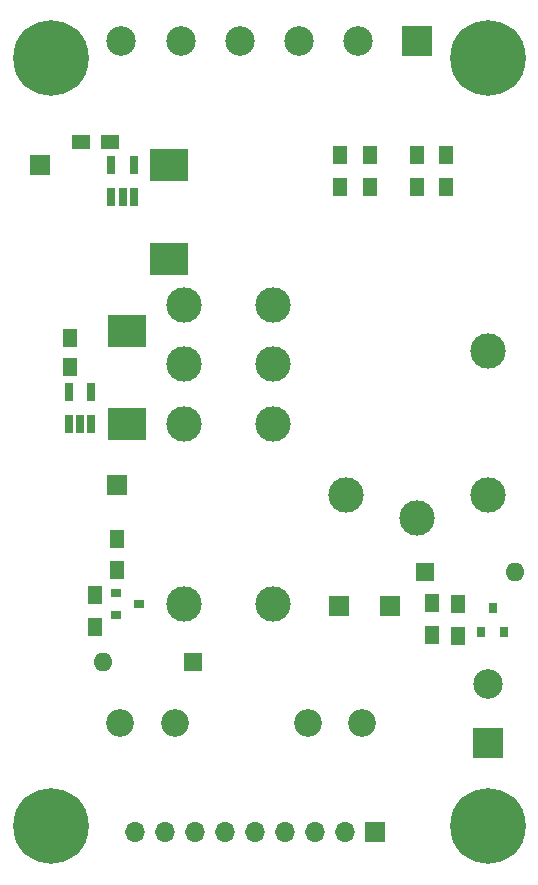
<source format=gts>
G04 #@! TF.FileFunction,Soldermask,Top*
%FSLAX46Y46*%
G04 Gerber Fmt 4.6, Leading zero omitted, Abs format (unit mm)*
G04 Created by KiCad (PCBNEW 4.0.6) date Tuesday, January 16, 2018 'PMt' 08:13:24 PM*
%MOMM*%
%LPD*%
G01*
G04 APERTURE LIST*
%ADD10C,0.100000*%
%ADD11C,6.400000*%
%ADD12C,3.000000*%
%ADD13R,1.250000X1.500000*%
%ADD14R,1.500000X1.250000*%
%ADD15R,2.500000X2.500000*%
%ADD16C,2.500000*%
%ADD17R,0.800000X0.900000*%
%ADD18R,0.900000X0.800000*%
%ADD19R,1.300000X1.500000*%
%ADD20R,3.200000X2.700000*%
%ADD21R,0.650000X1.560000*%
%ADD22C,2.350000*%
%ADD23R,1.700000X1.700000*%
%ADD24O,1.700000X1.700000*%
%ADD25R,1.600000X1.600000*%
%ADD26O,1.600000X1.600000*%
G04 APERTURE END LIST*
D10*
D11*
X91000000Y-145000000D03*
X54000000Y-145000000D03*
X91000000Y-80000000D03*
D12*
X65300000Y-126200000D03*
X72800000Y-126200000D03*
X65300000Y-105880000D03*
X72800000Y-100840000D03*
X72800000Y-110920000D03*
X65300000Y-110920000D03*
X72800000Y-105880000D03*
X65300000Y-100840000D03*
D13*
X55600000Y-103650000D03*
X55600000Y-106150000D03*
D14*
X56550000Y-87100000D03*
X59050000Y-87100000D03*
D15*
X91000000Y-138000000D03*
D16*
X91000000Y-133000000D03*
D17*
X90475000Y-128550000D03*
X92375000Y-128550000D03*
X91425000Y-126550000D03*
D18*
X59500000Y-125250000D03*
X59500000Y-127150000D03*
X61500000Y-126200000D03*
D19*
X86325000Y-126125000D03*
X86325000Y-128825000D03*
X57800000Y-125450000D03*
X57800000Y-128150000D03*
X88475000Y-126200000D03*
X88475000Y-128900000D03*
X59600000Y-123350000D03*
X59600000Y-120650000D03*
D20*
X60500000Y-103050000D03*
X60500000Y-110950000D03*
X64000000Y-89050000D03*
X64000000Y-96950000D03*
D12*
X91025000Y-116950000D03*
X91025000Y-104750000D03*
X79025000Y-116950000D03*
X85025000Y-118950000D03*
D21*
X55550000Y-110950000D03*
X56500000Y-110950000D03*
X57450000Y-110950000D03*
X57450000Y-108250000D03*
X55550000Y-108250000D03*
X59150000Y-91750000D03*
X60100000Y-91750000D03*
X61050000Y-91750000D03*
X61050000Y-89050000D03*
X59150000Y-89050000D03*
D22*
X64500000Y-136275000D03*
X59900000Y-136275000D03*
X75800000Y-136275000D03*
X80400000Y-136275000D03*
D11*
X54000000Y-80000000D03*
D23*
X59600000Y-116100000D03*
X78400000Y-126400000D03*
X53100000Y-89000000D03*
X82700000Y-126400000D03*
D19*
X81000000Y-88150000D03*
X81000000Y-90850000D03*
X78500000Y-90850000D03*
X78500000Y-88150000D03*
X85000000Y-88150000D03*
X85000000Y-90850000D03*
X87500000Y-90850000D03*
X87500000Y-88150000D03*
D23*
X81500000Y-145500000D03*
D24*
X78960000Y-145500000D03*
X76420000Y-145500000D03*
X73880000Y-145500000D03*
X71340000Y-145500000D03*
X68800000Y-145500000D03*
X66260000Y-145500000D03*
X63720000Y-145500000D03*
X61180000Y-145500000D03*
D16*
X60000000Y-78500000D03*
X65000000Y-78500000D03*
X70000000Y-78500000D03*
X75000000Y-78500000D03*
D15*
X85000000Y-78500000D03*
D16*
X80000000Y-78500000D03*
D25*
X85725000Y-123525000D03*
D26*
X93345000Y-123525000D03*
D25*
X66075000Y-131075000D03*
D26*
X58455000Y-131075000D03*
M02*

</source>
